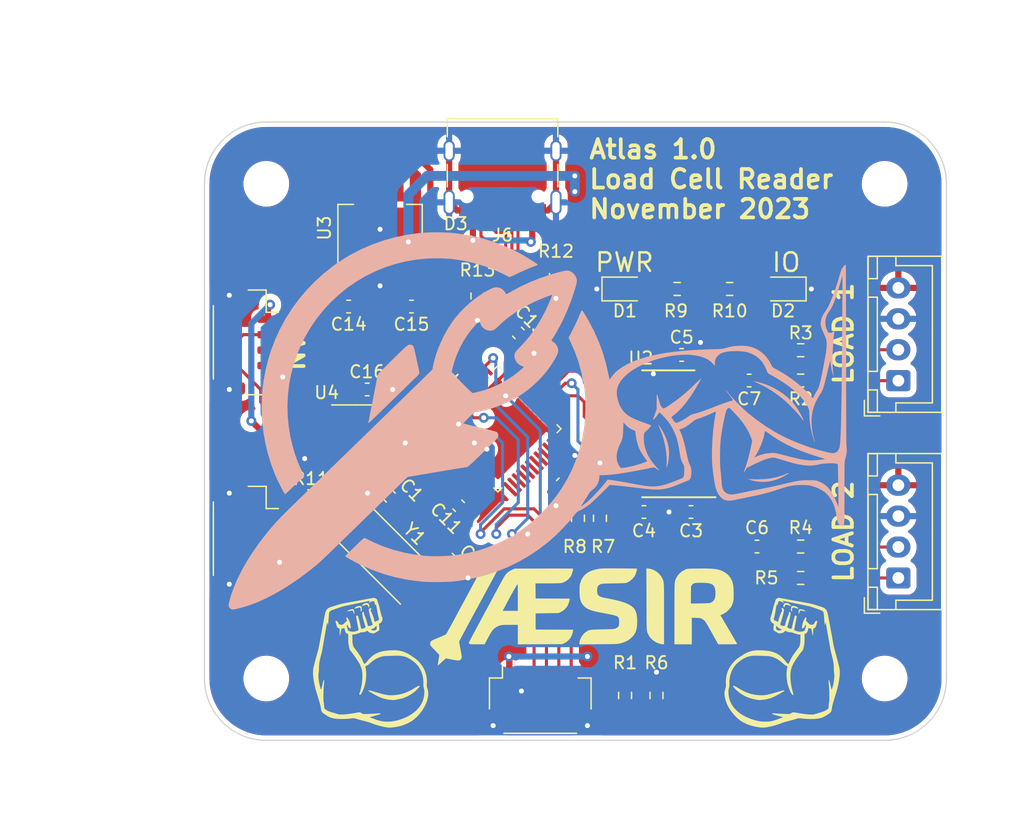
<source format=kicad_pcb>
(kicad_pcb (version 20221018) (generator pcbnew)
  (layers (0 "F.Cu" signal) (31 "B.Cu" signal) (34 "B.Paste" user) (35 "F.Paste" user) (36 "B.SilkS" user "B.Silkscreen") (37 "F.SilkS" user "F.Silkscreen") (38 "B.Mask" user) (39 "F.Mask" user) (44 "Edge.Cuts" user))
  (net 0 "")
  (net 1 "Net-(U2-VBG)")
  (net 2 "Net-(U2-VIN1N)")
  (net 3 "Net-(U2-VIN1P)")
  (net 4 "Net-(U2-VIN2N)")
  (net 5 "Net-(U2-VIN2P)")
  (net 9 "Net-(U1-VCAP)")
  (net 10 "/LOAD2_N")
  (net 11 "/LOAD2_P")
  (net 12 "Earth")
  (net 13 "+3V3")
  (net 32 "/CAN_H")
  (net 33 "/CAN_L")
  (net 34 "/LOAD1_N")
  (net 35 "/LOAD1_P")
  (net 36 "/SW_CLK")
  (net 37 "/SW_DIO")
  (net 38 "/BOOT0")
  (net 39 "/NRST")
  (net 40 "/DRDY")
  (net 41 "/SCL")
  (net 44 "/SDA")
  (net 45 "/IO_LED")
  (net 46 "/OSC_IN")
  (net 47 "/OSC_OUT")
  (net 48 "/CAN_TX")
  (net 49 "/CAN_RX")
  (net 53 "Net-(D1-A)")
  (net 54 "Net-(D2-A)")
  (net 56 "Net-(J6-CC1)")
  (net 58 "Net-(J6-CC2)")
  (net 60 "/USB_D_N")
  (net 61 "/USB_D_P")
  (net 62 "VCC")
  (net 63 "Net-(D3-A)")
  (footprint "Package_SO:SOIC-8_3.9x4.9mm_P1.27mm" (layer "F.Cu") (at 74.23 91.44 180)
    (fp_text reference "U4")
    (fp_text value "TJA1051T")
  )
  (footprint "Resistor_SMD:R_0603_1608Metric_Pad0.98x0.95mm_HandSolder" (layer "F.Cu") (at 98.552 112.3715 90)
    (fp_text reference "R6")
    (fp_text value "10k")
  )
  (footprint "Connector_USB:USB_C_Receptacle_Palconn_UTC16-G" (layer "F.Cu") (at 86.104 70.566 180)
    (fp_text reference "J6")
    (fp_text value "USB_C_Receptacle_USB2.0")
  )
  (footprint "Capacitor_SMD:C_0603_1608Metric_Pad1.08x0.95mm_HandSolder" (layer "F.Cu") (at 73.66 80.924 180)
    (fp_text reference "C14")
    (fp_text value "22u")
  )
  (footprint "Connector_JST:JST_XH_B4B-XH-A_1x04_P2.50mm_Vertical" (layer "F.Cu") (at 118.11 86.915 90)
    (fp_text reference "J1" hide)
    (fp_text value "jst xh 4")
  )
  (footprint "Resistor_SMD:R_0603_1608Metric_Pad0.98x0.95mm_HandSolder" (layer "F.Cu") (at 93.98 98.044 90)
    (fp_text reference "R7")
    (fp_text value "4k7")
  )
  (footprint "Resistor_SMD:R_0603_1608Metric_Pad0.98x0.95mm_HandSolder" (layer "F.Cu") (at 96.012 112.3715 -90)
    (fp_text reference "R1")
    (fp_text value "10k")
  )
  (footprint "Resistor_SMD:R_0603_1608Metric_Pad0.98x0.95mm_HandSolder" (layer "F.Cu") (at 110.2125 102.87 180)
    (fp_text reference "R5")
    (fp_text value "51")
  )
  (footprint "Capacitor_SMD:C_0603_1608Metric_Pad1.08x0.95mm_HandSolder" (layer "F.Cu") (at 78.74 80.924)
    (fp_text reference "C15")
    (fp_text value "10u")
  )
  (footprint "LOGO" (layer "F.Cu") (at 75.438 109.728)
    (fp_text reference "G***" hide)
    (fp_text value "LOGO" hide)
  )
  (footprint "Capacitor_SMD:C_0603_1608Metric_Pad1.08x0.95mm_HandSolder" (layer "F.Cu") (at 81.788 101.346 -45)
    (fp_text reference "C2")
    (fp_text value "14p")
  )
  (footprint "MountingHole:MountingHole_3.2mm_M3_ISO7380" (layer "F.Cu") (at 67 71)
    (fp_text reference "H2" hide)
    (fp_text value "MountingHole")
  )
  (footprint "LOGO" (layer "F.Cu") (at 92.71 105.156)
    (fp_text reference "G***" hide)
    (fp_text value "LOGO" hide)
  )
  (footprint "Connector_JST:JST_SH_SM06B-SRSS-TB_1x06-1MP_P1.00mm_Horizontal" (layer "F.Cu") (at 89.154 112.744)
    (fp_text reference "J4" hide)
    (fp_text value "jst_sh 6")
  )
  (footprint "Resistor_SMD:R_0603_1608Metric_Pad0.98x0.95mm_HandSolder" (layer "F.Cu") (at 92.202 98.044 90)
    (fp_text reference "R8")
    (fp_text value "4k7")
  )
  (footprint "Resistor_SMD:R_0603_1608Metric_Pad0.98x0.95mm_HandSolder" (layer "F.Cu") (at 70.612 96.266)
    (fp_text reference "R11")
    (fp_text value "120")
  )
  (footprint "Package_QFP:LQFP-48_7x7mm_P0.5mm" (layer "F.Cu") (at 85.725 90.805 45)
    (fp_text reference "U1")
    (fp_text value "STM32U575CGTx")
  )
  (footprint "Resistor_SMD:R_0603_1608Metric_Pad0.98x0.95mm_HandSolder" (layer "F.Cu") (at 100.2265 79.502 180)
    (fp_text reference "R9")
    (fp_text value "500")
  )
  (footprint "LOGO" (layer "F.Cu") (at 108.712 109.728)
    (fp_text reference "G***" hide)
    (fp_text value "LOGO" hide)
  )
  (footprint "Crystal:Crystal_SMD_0603-2Pin_6.0x3.5mm_HandSoldering" (layer "F.Cu") (at 76.962 101.346 -45)
    (fp_text reference "Y1")
    (fp_text value "48MHz")
  )
  (footprint "Capacitor_SMD:C_0603_1608Metric_Pad1.08x0.95mm_HandSolder" (layer "F.Cu") (at 97.536 97.536)
    (fp_text reference "C4")
    (fp_text value "1u")
  )
  (footprint "Resistor_SMD:R_0603_1608Metric_Pad0.98x0.95mm_HandSolder" (layer "F.Cu") (at 110.2125 84.455)
    (fp_text reference "R3")
    (fp_text value "51")
  )
  (footprint "Connector_JST:JST_GH_SM04B-GHS-TB_1x04-1MP_P1.25mm_Horizontal" (layer "F.Cu") (at 65.278 83.82 -90)
    (fp_text reference "J5" hide)
    (fp_text value "jst gh")
  )
  (footprint "Capacitor_SMD:C_0603_1608Metric_Pad1.08x0.95mm_HandSolder" (layer "F.Cu") (at 76.962 96.266 135)
    (fp_text reference "C1")
    (fp_text value "14p")
  )
  (footprint "Capacitor_SMD:C_0603_1608Metric_Pad1.08x0.95mm_HandSolder" (layer "F.Cu") (at 101.346 97.536 180)
    (fp_text reference "C3")
    (fp_text value "100n")
  )
  (footprint "MountingHole:MountingHole_3.2mm_M3_ISO7380" (layer "F.Cu") (at 117 71)
    (fp_text reference "H1" hide)
    (fp_text value "MountingHole")
  )
  (footprint "Capacitor_SMD:C_0603_1608Metric_Pad1.08x0.95mm_HandSolder" (layer "F.Cu") (at 75.1575 87.63)
    (fp_text reference "C16")
    (fp_text value "100n")
  )
  (footprint "Capacitor_SMD:C_0603_1608Metric_Pad1.08x0.95mm_HandSolder" (layer "F.Cu") (at 90.932 95.25 45)
    (fp_text reference "C10")
    (fp_text value "4u7")
  )
  (footprint "Capacitor_SMD:C_0603_1608Metric_Pad1.08x0.95mm_HandSolder" (layer "F.Cu") (at 100.584 84.836)
    (fp_text reference "C5")
    (fp_text value "0u1")
  )
  (footprint "Resistor_SMD:R_0603_1608Metric" (layer "F.Cu") (at 90.424 78.486 -90)
    (fp_text reference "R12")
    (fp_text value "5k1")
  )
  (footprint "MountingHole:MountingHole_3.2mm_M3_ISO7380" (layer "F.Cu") (at 67 111)
    (fp_text reference "H4" hide)
    (fp_text value "MountingHole")
  )
  (footprint "Resistor_SMD:R_0603_1608Metric" (layer "F.Cu") (at 84.074 80.073 -90)
    (fp_text reference "R13")
    (fp_text value "5k1")
  )
  (footprint "Capacitor_SMD:C_0603_1608Metric_Pad1.08x0.95mm_HandSolder" (layer "F.Cu") (at 82.55 97.028 135)
    (fp_text reference "C11")
    (fp_text value "4u7")
  )
  (footprint "Connector_JST:JST_XH_B4B-XH-A_1x04_P2.50mm_Vertical" (layer "F.Cu") (at 118.11 102.87 90)
    (fp_text reference "J3" hide)
    (fp_text value "jst xh 4")
  )
  (footprint "Diode_SMD:D_SOD-323_HandSoldering" (layer "F.Cu") (at 82.316 76.073)
    (fp_text reference "D3")
    (fp_text value "MBR1020VL")
  )
  (footprint "LED_SMD:LED_0805_2012Metric_Pad1.15x1.40mm_HandSolder" (layer "F.Cu") (at 108.78725 79.502 180)
    (fp_text reference "D2")
    (fp_text value "pwr")
  )
  (footprint "Resistor_SMD:R_0603_1608Metric_Pad0.98x0.95mm_HandSolder" (layer "F.Cu") (at 110.2125 86.907064)
    (fp_text reference "R2")
    (fp_text value "51")
  )
  (footprint "Connector_JST:JST_GH_SM04B-GHS-TB_1x04-1MP_P1.25mm_Horizontal" (layer "F.Cu") (at 65.278 99.695 -90)
    (fp_text reference "J2" hide)
    (fp_text value "jst gh")
  )
  (footprint "Capacitor_SMD:C_0603_1608Metric_Pad1.08x0.95mm_HandSolder" (layer "F.Cu") (at 87.376 83.058 -45)
    (fp_text reference "C13")
    (fp_text value "100n")
  )
  (footprint "Capacitor_SMD:C_0603_1608Metric_Pad1.08x0.95mm_HandSolder" (layer "F.Cu") (at 106.68 100.33)
    (fp_text reference "C6")
    (fp_text value "100n")
  )
  (footprint "NAU7802SGI:SOI16_NAU7802SGI_NUV" (layer "F.Cu") (at 99.51085 91.2125 180)
    (fp_text reference "U2")
    (fp_text value "NAU7802SGI")
  )
  (footprint "Resistor_SMD:R_0603_1608Metric_Pad0.98x0.95mm_HandSolder" (layer "F.Cu") (at 110.2125 100.33 180)
    (fp_text reference "R4")
    (fp_text value "51")
  )
  (footprint "Package_TO_SOT_SMD:SOT-223-3_TabPin2" (layer "F.Cu") (at 76.2 74.574 90)
    (fp_text reference "U3")
    (fp_text value "AZ1117CH2-3.3TRG1")
  )
  (footprint "MountingHole:MountingHole_3.2mm_M3_ISO7380" (layer "F.Cu") (at 117 111)
    (fp_text reference "H3" hide)
    (fp_text value "MountingHole")
  )
  (footprint "LED_SMD:LED_0805_2012Metric_Pad1.15x1.40mm_HandSolder" (layer "F.Cu") (at 96.003 79.502)
    (fp_text reference "D1")
    (fp_text value "pwr")
  )
  (footprint "Resistor_SMD:R_0603_1608Metric_Pad0.98x0.95mm_HandSolder" (layer "F.Cu") (at 104.46925 79.502)
    (fp_text reference "R10")
    (fp_text value "500")
  )
  (footprint "Capacitor_SMD:C_0603_1608Metric_Pad1.08x0.95mm_HandSolder" (layer "F.Cu") (at 106.045 86.907064 180)
    (fp_text reference "C7")
    (fp_text value "100n")
  )
  (footprint "LOGO" (layer "B.Cu") (at 88.9 90.17 -90)
    (fp_text reference "G***" hide)
    (fp_text value "LOGO" hide)
  )
  (gr_arc (start 117 66) (mid 120.535534 67.464466) (end 122 71) (stroke (width 0.1)) (layer "Edge.Cuts"))
  (gr_arc (start 122 111) (mid 120.535534 114.535534) (end 117 116) (stroke (width 0.1)) (layer "Edge.Cuts"))
  (gr_line (start 117 116) (end 67 116) (stroke (width 0.1)) (layer "Edge.Cuts"))
  (gr_line (start 122 71) (end 122 111) (stroke (width 0.1)) (layer "Edge.Cuts"))
  (gr_line (start 67 66) (end 117 66) (stroke (width 0.1)) (layer "Edge.Cuts"))
  (gr_arc (start 67 116) (mid 63.464466 114.535534) (end 62 111) (stroke (width 0.1)) (layer "Edge.Cuts"))
  (gr_arc (start 62 71) (mid 63.464466 67.464466) (end 67 66) (stroke (width 0.1)) (layer "Edge.Cuts"))
  (gr_line (start 62 111) (end 62 71) (stroke (width 0.1)) (layer "Edge.Cuts"))
  (gr_text "LOAD 1" (at 114.554 87.376 90) (layer "F.SilkS") (effects (font (size 1.5 1.5) (thickness 0.3) bold) (justify left bottom)))
  (gr_text "IO" (at 107.77125 78.232) (layer "F.SilkS") (effects (font (size 1.5 1.5) (thickness 0.2)) (justify left bottom)))
  (gr_text "CAN" (at 68.326 81.534 270) (layer "F.SilkS") (effects (font (size 1.5 1.5) (thickness 0.3) bold) (justify left bottom)))
  (gr_text "PWR" (at 93.472 78.232) (layer "F.SilkS") (effects (font (size 1.5 1.5) (thickness 0.2)) (justify left bottom)))
  (gr_text "LOAD 2" (at 114.554 103.378 90) (layer "F.SilkS") (effects (font (size 1.5 1.5) (thickness 0.3) bold) (justify left bottom)))
  (gr_text "CAN" (at 68.58 97.282 270) (layer "F.SilkS") (effects (font (size 1.5 1.5) (thickness 0.3) bold) (justify left bottom)))
  (gr_text "Atlas 1.0\nLoad Cell Reader\nNovember 2023" (at 92.964 73.914) (layer "F.SilkS") (effects (font (size 1.5 1.5) (thickness 0.3) bold) (justify left bottom)))
  (segment (start 99.7215 84.836) (end 99.7215 88.5455) (width 0.5) (layer "F.Cu") (net 1))
  (segment (start 99.7215 88.5455) (end 100.4835 89.3075) (width 0.5) (layer "F.Cu") (net 1))
  (segment (start 100.4835 89.3075) (end 102.235 89.3075) (width 0.5) (layer "F.Cu") (net 1))
  (segment (start 104.0395 94.3875) (end 102.235 94.3875) (width 0.25) (layer "F.Cu") (net 2))
  (segment (start 105.8175 100.33) (end 105.8175 101.7535) (width 0.25) (layer "F.Cu") (net 2))
  (segment (start 105.8175 101.7535) (end 106.934 102.87) (width 0.25) (layer "F.Cu") (net 2))
  (segment (start 105.8175 96.1655) (end 104.0395 94.3875) (width 0.25) (layer "F.Cu") (net 2))
  (segment (start 106.934 102.87) (end 109.3 102.87) (width 0.25) (layer "F.Cu") (net 2))
  (segment (start 105.8175 100.33) (end 105.8175 96.1655) (width 0.25) (layer "F.Cu") (net 2))
  (segment (start 107.5425 96.1125) (end 104.5475 93.1175) (width 0.25) (layer "F.Cu") (net 3))
  (segment (start 107.5425 100.33) (end 107.5425 96.1125) (width 0.25) (layer "F.Cu") (net 3))
  (segment (start 104.5475 93.1175) (end 102.235 93.1175) (width 0.25) (layer "F.Cu") (net 3))
  (segment (start 109.3 100.33) (end 107.5425 100.33) (width 0.25) (layer "F.Cu") (net 3))
  (segment (start 106.9075 86.907064) (end 109.3 86.907064) (width 0.25) (layer "F.Cu") (net 4))
  (segment (start 106.9075 86.907064) (end 106.9075 89.1805) (width 0.25) (layer "F.Cu") (net 4))
  (segment (start 104.2405 91.8475) (end 102.235 91.8475) (width 0.25) (layer "F.Cu") (net 4))
  (segment (start 106.9075 89.1805) (end 104.2405 91.8475) (width 0.25) (layer "F.Cu") (net 4))
  (segment (start 105.1825 85.5715) (end 105.1825 86.907064) (width 0.25) (layer "F.Cu") (net 5))
  (segment (start 103.9865 90.5775) (end 105.1825 89.3815) (width 0.25) (layer "F.Cu") (net 5))
  (segment (start 105.1825 89.3815) (end 105.1825 86.907064) (width 0.25) (layer "F.Cu") (net 5))
  (segment (start 109.3 84.455) (end 106.299 84.455) (width 0.25) (layer "F.Cu") (net 5))
  (segment (start 102.235 90.5775) (end 103.9865 90.5775) (width 0.25) (layer "F.Cu") (net 5))
  (segment (start 106.299 84.455) (end 105.1825 85.5715) (width 0.25) (layer "F.Cu") (net 5))
  (segment (start 91.54188 94.147006) (end 89.905769 92.510895) (width 0.25) (layer "F.Cu") (net 9))
  (segment (start 91.54188 94.64012) (end 91.54188 94.147006) (width 0.25) (layer "F.Cu") (net 9))
  (segment (start 118.11 86.915) (end 111.132936 86.915) (width 0.25) (layer "F.Cu") (net 10))
  (segment (start 111.132936 86.915) (end 111.125 86.907064) (width 0.25) (layer "F.Cu") (net 10))
  (segment (start 111.125 84.455) (end 111.165 84.415) (width 0.25) (layer "F.Cu") (net 11))
  (segment (start 111.165 84.415) (end 118.11 84.415) (width 0.25) (layer "F.Cu") (net 11))
  (segment (start 97.8905 86.7675) (end 98.298 86.36) (width 0.5) (layer "F.Cu") (net 12))
  (segment (start 81.190678 89.452658) (end 82.16202 90.424) (width 0.25) (layer "F.Cu") (net 12))
  (segment (start 76.2 77.724) (end 76.2 71.424) (width 0.5) (layer "F.Cu") (net 12))
  (segment (start 83.311998 94.278662) (end 84.836 92.75466) (width 0.25) (layer "F.Cu") (net 12))
  (segment (start 76.35212 95.65612) (end 75.53988 95.65612) (width 0.5) (layer "F.Cu") (net 12))
  (segment (start 92.954 114.818) (end 92.964 114.808) (width 0.5) (layer "F.Cu") (net 12))
  (segment (start 67.128 85.695) (end 67.128 86.432) (width 0.25) (layer "F.Cu") (net 12))
  (segment (start 83.311998 94.278662) (end 81.94012 95.65054) (width 0.25) (layer "F.Cu") (net 12))
  (segment (start 76.705 92.075) (end 78.105 92.075) (width 0.25) (layer "F.Cu") (net 12))
  (segment (start 90.259322 92.157342) (end 91.06598 92.964) (width 0.25) (layer "F.Cu") (net 12))
  (segment (start 76.02 87.63) (end 77.216 87.63) (width 0.25) (layer "F.Cu") (net 12))
  (segment (start 84.074 80.898) (end 84.074 82.042) (width 0.25) (layer "F.Cu") (net 12))
  (segment (start 82.904 73.1524) (end 82.4404 73.1524) (width 0.5) (layer "F.Cu") (net 12))
  (segment (start 102.235 88.0375) (end 102.235 85.6245) (width 0.5) (layer "F.Cu") (net 12))
  (segment (start 90.424 68.326) (end 90.424 72.496) (width 0.5) (layer "F.Cu") (net 12))
  (segment (start 87.077342 86.270678) (end 88.646 84.70202) (width 0.25) (layer "F.Cu") (net 12))
  (segment (start 89.304 73.1524) (end 89.7676 73.1524) (width 0.5) (layer "F.Cu") (net 12))
  (segment (start 94.978 79.502) (end 93.726 79.502) (width 0.25) (layer "F.Cu") (net 12))
  (segment (start 90.32212 95.85988) (end 90.32212 96.92612) (width 0.25) (layer "F.Cu") (net 12))
  (segment (start 78.105 92.075) (end 78.232 91.948) (width 0.25) (layer "F.Cu") (net 12))
  (segment (start 88.646 84.328) (end 87.98588 83.66788) (width 0.25) (layer "F.Cu") (net 12))
  (segment (start 66.62 101.57) (end 68.042 101.57) (width 0.25) (layer "F.Cu") (net 12))
  (segment (start 101.4465 84.836) (end 101.4465 84.4815) (width 0.5) (layer "F.Cu") (net 12))
  (segment (start 81.784 68.326) (end 81.784 72.496) (width 0.5) (layer "F.Cu") (net 12))
  (segment (start 89.7676 73.1524) (end 90.424 72.496) (width 0.5) (layer "F.Cu") (net 12))
  (segment (start 71.755 93.345) (end 70.231 93.345) (width 0.5) (layer "F.Cu") (net 12))
  (segment (start 84.836 92.75466) (end 84.836 92.456) (width 0.25) (layer "F.Cu") (net 12))
  (segment (start 90.424 79.311) (end 90.424 80.264) (width 0.25) (layer "F.Cu") (net 12))
  (segment (start 87.654 111.99) (end 87.63 112.014) (width 0.5) (layer "F.Cu") (net 12))
  (segment (start 91.06598 92.964) (end 91.948 92.964) (width 0.25) (layer "F.Cu") (net 12))
  (segment (start 82.4404 73.1524) (end 81.784 72.496) (width 0.5) (layer "F.Cu") (net 12))
  (segment (start 85.354 114.905) (end 85.354 114.818) (width 0.5) (layer "F.Cu") (net 12))
  (segment (start 101.4465 84.4815) (end 102.108 83.82) (width 0.5) (layer "F.Cu") (net 12))
  (segment (start 102.235 85.6245) (end 101.4465 84.836) (width 0.5) (layer "F.Cu") (net 12))
  (segment (start 98.552 111.459) (end 98.552 110.49) (width 0.25) (layer "F.Cu") (net 12))
  (segment (start 88.646 84.70202) (end 88.646 84.328) (width 0.25) (layer "F.Cu") (net 12))
  (segment (start 68.042 101.57) (end 68.072 101.6) (width 0.25) (layer "F.Cu") (net 12))
  (segment (start 92.954 114.905) (end 92.954 114.818) (width 0.5) (layer "F.Cu") (net 12))
  (segment (start 85.354 114.818) (end 85.344 114.808) (width 0.5) (layer "F.Cu") (net 12))
  (segment (start 82.16202 90.424) (end 82.55 90.424) (width 0.25) (layer "F.Cu") (net 12))
  (segment (start 98.3985 97.536) (end 100.4835 97.536) (width 0.5) (layer "F.Cu") (net 12))
  (segment (start 74.5225 80.924) (end 76.2 79.2465) (width 0.5) (layer "F.Cu") (net 12))
  (segment (start 81.94012 95.65054) (end 81.94012 96.41812) (width 0.25) (layer "F.Cu") (net 12))
  (segment (start 96.7867 86.7675) (end 97.8905 86.7675) (width 0.5) (layer "F.Cu") (net 12))
  (segment (start 75.53988 95.65612) (end 75.184 96.012) (width 0.5) (layer "F.Cu") (net 12))
  (segment (start 109.81225 79.502) (end 111.07325 79.502) (width 0.25) (layer "F.Cu") (net 12))
  (segment (start 67.128 86.432) (end 67.31 86.614) (width 0.25) (layer "F.Cu") (net 12))
  (segment (start 90.32212 96.92612) (end 90.424 97.028) (width 0.25) (layer "F.Cu") (net 12))
  (segment (start 76.2 79.2465) (end 76.2 77.724) (width 0.5) (layer "F.Cu") (net 12))
  (segment (start 87.654 110.744) (end 87.654 111.99) (width 0.5) (layer "F.Cu") (net 12))
  (segment (start 77.8775 80.924) (end 76.2 79.2465) (width 0.5) (layer "F.Cu") (net 12))
  (segment (start 82.39788 101.95588) (end 83.312 102.87) (width 0.5) (layer "F.Cu") (net 12))
  (segment (start 70.231 93.345) (end 70.104 93.218) (width 0.5) (layer "F.Cu") (net 12))
  (segment (start 67.31 86.614) (end 68.326 86.614) (width 0.25) (layer "F.Cu") (net 12))
  (via (at 91.948 92.964) (size 0.8) (drill 0.4) (layers "F.Cu" "B.Cu") (net 12))
  (via (at 70.104 93.218) (size 0.8) (drill 0.4) (layers "F.Cu" "B.Cu") (net 12))
  (via (at 83.312 102.87) (size 0.8) (drill 0.4) (layers "F.Cu" "B.Cu") (net 12))
  (via (at 98.298 86.36) (size 0.8) (drill 0.4) (layers "F.Cu" "B.Cu") (net 12))
  (via (at 78.232 91.948) (size 0.8) (drill 0.4) (layers "F.Cu" "B.Cu") (net 12))
  (via (at 64.008 103.378) (size 0.8) (drill 0.4) (layers "F.Cu" "B.Cu") (net 12))
  (via (at 68.326 86.614) (size 0.8) (drill 0.4) (layers "F.Cu" "B.Cu") (net 12))
  (via (at 87.63 112.014) (size 0.8) (drill 0.4) (layers "F.Cu" "B.Cu") (net 12))
  (via (at 92.964 114.808) (size 0.8) (drill 0.4) (layers "F.Cu" "B.Cu") (net 12))
  (via (at 99.568 97.536) (size 0.8) (drill 0.4) (layers "F.Cu" "B.Cu") (net 12))
  (via (at 85.344 114.808) (size 0.8) (drill 0.4) (layers "F.Cu" "B.Cu") (net 12))
  (via (at 75.184 96.012) (size 0.8) (drill 0.4) (layers "F.Cu" "B.Cu") (net 12))
  (via (at 88.646 84.70202) (size 0.8) (drill 0.4) (layers "F.Cu" "B.Cu") (net 12))
  (via (at 77.216 87.63) (size 0.8) (drill 0.4) (layers "F.Cu" "B.Cu") (net 12))
  (via (at 90.424 80.264) (size 0.8) (drill 0.4) (layers "F.Cu" "B.Cu") (net 12))
  (via (at 64.008 80.01) (size 0.8) (drill 0.4) (layers "F.Cu" "B.Cu") (net 12))
  (via (at 84.836 92.456) (size 0.8) (drill 0.4) (layers "F.Cu" "B.Cu") (net 12))
  (via (at 102.108 83.82) (size 0.8) (drill 0.4) (layers "F.Cu" "B.Cu") (net 12))
  (via (at 76.2 74.676) (size 0.8) (drill 0.4) (layers "F.Cu" "B.Cu") (net 12))
  (via (at 90.424 97.028) (size 0.8) (drill 0.4) (layers "F.Cu" "B.Cu") (net 12))
  (via (at 76.2 79.2465) (size 0.8) (drill 0.4) (layers "F.Cu" "B.Cu") (net 12))
  (via (at 111.07325 79.502) (size 0.8) (drill 0.4) (layers "F.Cu" "B.Cu") (net 12))
  (via (at 93.726 79.502) (size 0.8) (drill 0.4) (layers "F.Cu" "B.Cu") (net 12))
  (via (at 82.55 90.424) (size 0.8) (drill 0.4) (layers "F.Cu" "B.Cu") (net 12))
  (via (at 98.552 110.49) (size 0.8) (drill 0.4) (layers "F.Cu" "B.Cu") (net 12))
  (via (at 84.074 82.042) (size 0.8) (drill 0.4) (layers "F.Cu" "B.Cu") (net 12))
  (via (at 68.072 101.6) (size 0.8) (drill 0.4) (layers "F.Cu" "B.Cu") (net 12))
  (via (at 64.008 87.63) (size 0.8) (drill 0.4) (layers "F.Cu" "B.Cu") (net 12))
  (via (at 64.008 96.012) (size 0.8) (drill 0.4) (layers "F.Cu" "B.Cu") (net 12))
  (segment (start 78.5 77.724) (end 78.5 75.706) (width 0.8) (layer "F.Cu") (net 13))
  (segment (start 86.36 82.85424) (end 86.76612 82.44812) (width 0.25) (layer "F.Cu") (net 13))
  (segment (start 87.884 90.932) (end 85.344 93.472) (width 0.25) (layer "F.Cu") (net 13))
  (segment (start 80.837124 89.806212) (end 81.875456 90.844544) (width 0.25) (layer "F.Cu") (net 13))
  (segment (start 81.796368 90.844544) (end 81.875456 90.844544) (width 0.25) (layer "F.Cu") (net 13))
  (segment (start 82.216912 91.186) (end 85.852 91.186) (width 0.25) (layer "F.Cu") (net 13))
  (segment (start 83.665551 94.632215) (end 82.804 95.493766) (width 0.25) (layer "F.Cu") (net 13))
  (segment (start 85.852 91.186) (end 86.106 90.932) (width 0.25) (layer "F.Cu") (net 13))
  (segment (start 86.654 110.744) (end 86.654 109.26) (width 0.5) (layer "F.Cu") (net 13))
  (segment (start 86.106 90.932) (end 87.884 90.932) (width 0.25) (layer "F.Cu") (net 13))
  (segment (start 86.723788 85.917124) (end 86.36 85.553336) (width 0.25) (layer "F.Cu") (net 13))
  (segment (start 78.5 75.706) (end 78.486 75.692) (width 0.8) (layer "F.Cu") (net 13))
  (segment (start 83.15988 97.63788) (end 83.097614 97.575614) (width 0.25) (layer "F.Cu") (net 13))
  (segment (start 82.804 95.758) (end 83.15988 96.11388) (width 0.25) (layer "F.Cu") (net 13))
  (segment (start 89.741088 90.932) (end 87.884 90.932) (width 0.25) (layer "F.Cu") (net 13))
  (segment (start 83.665551 94.632215) (end 84.825766 93.472) (width 0.25) (layer "F.Cu") (net 13))
  (segment (start 85.344 93.472) (end 84.825766 93.472) (width 0.25) (layer "F.Cu") (net 13))
  (segment (start 82.804 95.493766) (end 82.804 95.758) (width 0.25) (layer "F.Cu") (net 13))
  (segment (start 85.598 87.042912) (end 85.598 88.646) (width 0.25) (layer "F.Cu") (net 13))
  (segment (start 86.723788 85.917124) (end 85.598 87.042912) (width 0.25) (layer "F.Cu") (net 13))
  (segment (start 86.36 85.553336) (end 86.36 82.85424) (width 0.25) (layer "F.Cu") (net 13))
  (segment (start 86.654 109.26) (end 86.614 109.22) (width 0.5) (layer "F.Cu") (net 13))
  (segment (start 85.598 88.646) (end 87.884 90.932) (width 0.25) (layer "F.Cu") (net 13))
  (segment (start 90.612876 91.803788) (end 89.741088 90.932) (width 0.25) (layer "F.Cu") (net 13))
  (segment (start 83.15988 96.11388) (end 83.15988 97.63788) (width 0.25) (layer "F.Cu") (net 13))
  (segment (start 81.875456 90.844544) (end 82.216912 91.186) (width 0.25) (layer "F.Cu") (net 13))
  (segment (start 80.837124 91.803788) (end 81.796368 90.844544) (width 0.25) (layer "F.Cu") (net 13))
  (via (at 86.614 109.22) (size 0.8) (drill 0.4) (layers "F.Cu" "B.Cu") (net 13))
  (via (at 92.964 109.22) (size 0.8) (drill 0.4) (layers "F.Cu" "B.Cu") (net 13))
  (via (at 78.486 75.692) (size 0.8) (drill 0.4) (layers "F.Cu" "B.Cu") (net 13))
  (via (at 91.948 70.358) (size 0.8) (drill 0.4) (layers "F.Cu" "B.Cu") (net 13))
  (via (at 91.948 71.628) (size 0.8) (drill 0.4) (layers "F.Cu" "B.Cu") (net 13))
  (segment (start 91.948 70.358) (end 91.948 71.628) (width 0.8) (layer "B.Cu") (net 13))
  (segment (start 78.486 75.692) (end 78.486 71.882) (width 0.8) (layer "B.Cu") (net 13))
  (segment (start 78.486 71.882) (end 79.756 70.612) (width 0.8) (layer "B.Cu") (net 13))
  (segment (start 86.614 109.22) (end 92.964 109.22) (width 0.5) (layer "B.Cu") (net 13))
  (segment (start 80.01 70.358) (end 91.948 70.358) (width 0.8) (layer "B.Cu") (net 13))
  (segment (start 79.756 70.612) (end 80.01 70.358) (width 0.8) (layer "B.Cu") (net 13))
  (segment (start 67.808 99.07) (end 66.62 99.07) (width 0.25) (layer "F.Cu") (net 32))
  (segment (start 69.088 92.964) (end 69.977 92.075) (width 0.25) (layer "F.Cu") (net 32))
  (segment (start 69.6995 97.1785) (end 69.6995 96.266) (width 0.25) (layer "F.Cu") (net 32))
  (segment (start 69.088 95.6545) (end 69.088 92.964) (width 0.25) (layer "F.Cu") (net 32))
  (segment (start 69.977 92.075) (end 66.548 88.646) (width 0.25) (layer "F.Cu") (net 32))
  (segment (start 71.755 92.075) (end 69.977 92.075) (width 0.25) (layer "F.Cu") (net 32))
  (segment (start 64.516 83.82) (end 64.516 85.598) (width 0.25) (layer "F.Cu") (net 32))
  (segment (start 66.62 83.195) (end 65.141 83.195) (width 0.25) (layer "F.Cu") (net 32))
  (segment (start 69.6995 96.266) (end 69.088 95.6545) (width 0.25) (layer "F.Cu") (net 32))
  (segment (start 66.548 88.646) (end 66.548 87.63) (width 0.25) (layer "F.Cu") (net 32))
  (segment (start 65.141 83.195) (end 64.516 83.82) (width 0.25) (layer "F.Cu") (net 32))
  (segment (start 64.516 85.598) (end 66.548 87.63) (width 0.25) (layer "F.Cu") (net 32))
  (segment (start 69.041 97.837) (end 67.808 99.07) (width 0.25) (layer "F.Cu") (net 32))
  (segment (start 69.041 97.837) (end 69.6995 97.1785) (width 0.25) (layer "F.Cu") (net 32))
  (segment (start 73.279 90.805) (end 73.66 91.186) (width 0.25) (layer "F.Cu") (net 33))
  (segment (start 71.5245 97.6395) (end 68.844 100.32) (width 0.25) (layer "F.Cu") (net 33))
  (segment (start 71.755 90.805) (end 73.279 90.805) (width 0.25) (layer "F.Cu") (net 33))
  (segment (start 69.342 85.09) (end 69.342 90.043) (width 0.25) (layer "F.Cu") (net 33))
  (segment (start 70.104 90.805) (end 71.755 90.805) (width 0.25) (layer "F.Cu") (net 33))
  (segment (start 68.697 84.445) (end 69.342 85.09) (width 0.25) (layer "F.Cu") (net 33))
  (segment (start 67.128 84.445) (end 68.697 84.445) (width 0.25) (layer "F.Cu") (net 33))
  (segment (start 69.342 90.043) (end 70.104 90.805) (width 0.25) (layer "F.Cu") (net 33))
  (segment (start 71.5245 96.266) (end 72.644 96.266) (width 0.25) (layer "F.Cu") (net 33))
  (segment (start 73.66 95.25) (end 72.644 96.266) (width 0.25) (layer "F.Cu") (net 33))
  (segment (start 68.844 100.32) (end 66.62 100.32) (width 0.25) (layer "F.Cu") (net 33))
  (segment (start 71.5245 96.266) (end 71.5245 97.6395) (width 0.25) (layer "F.Cu") (net 33))
  (segment (start 73.66 91.186) (end 73.66 95.25) (width 0.25) (layer "F.Cu") (net 33))
  (segment (start 111.125 102.87) (end 118.11 102.87) (width 0.25) (layer "F.Cu") (net 34))
  (segment (start 118.11 100.37) (end 111.165 100.37) (width 0.25) (layer "F.Cu") (net 35))
  (segment (start 111.165 100.37) (end 111.125 100.33) (width 0.25) (layer "F.Cu") (net 35))
  (segment (start 86.868 99.314) (end 88.654 101.1) (width 0.25) (layer "F.Cu") (net 36))
  (segment (start 88.654 101.1) (end 88.654 111.03) (width 0.25) (layer "F.Cu") (net 36))
  (segment (start 84.726212 85.707788) (end 85.344 85.09) (width 0.25) (layer "F.Cu") (net 36))
  (segment (start 84.726212 85.917124) (end 84.726212 85.707788) (width 0.25) (layer "F.Cu") (net 36))
  (via (at 86.868 99.314) (size 0.8) (drill 0.4) (layers "F.Cu" "B.Cu") (net 36))
  (via (at 85.344 85.09) (size 0.8) (drill 0.4) (layers "F.Cu" "B.Cu") (net 36))
  (segment (start 88.138 91.477) (end 85.561 88.9) (width 0.25) (layer "B.Cu") (net 36))
  (segment (start 85.561 85.307) (end 85.344 85.09) (width 0.25) (layer "B.Cu") (net 36))
  (segment (start 88.138 98.044) (end 88.138 91.477) (width 0.25) (layer "B.Cu") (net 36))
  (segment (start 85.561 88.9) (end 85.561 85.307) (width 0.25) (layer "B.Cu") (net 36))
  (segment (start 86.868 99.314) (end 88.138 98.044) (width 0.25) (layer "B.Cu") (net 36))
  (segment (start 88.138 99.314) (end 89.654 100.83) (width 0.25) (layer "F.Cu") (net 37))
  (segment (start 87.430895 86.624231) (end 86.36 87.695126) (width 0.25) (layer "F.Cu") (net 37))
  (segment (start 86.36 87.695126) (end 86.36 88.138) (width 0.25) (layer "F.Cu") (net 37))
  (segment (start 89.654 100.83) (end 89.654 111.03) (width 0.25) (layer "F.Cu") (net 37))
  (via (at 86.36 88.138) (size 0.8) (drill 0.4) (layers "F.Cu" "B.Cu") (net 37))
  (via (at 88.138 99.314) (size 0.8) (drill 0.4) (layers "F.Cu" "B.Cu") (net 37))
  (segment (start 86.36 88.138) (end 89.154 90.932) (width 0.25) (layer "B.Cu") (net 37))
  (segment (start 89.154 90.932) (end 89.154 98.298) (width 0.25) (layer "B.Cu") (net 37))
  (segment (start 89.154 98.298) (end 88.138 99.314) (width 0.25) (layer "B.Cu") (net 37))
  (segment (start 90.932 112.522) (end 93.472 112.522) (width 0.25) (layer "F.Cu") (net 38))
  (segment (start 86.614 97.79) (end 88.138 97.79) (width 0.25) (layer "F.Cu") (net 38))
  (segment (start 85.598 99.314) (end 85.598 98.806) (width 0.25) (layer "F.Cu") (net 38))
  (segment (start 82.251338 88.391998) (end 83.77534 89.916) (width 0.25) (layer "F.Cu") (net 38))
  (segment (start 94.742 114.554) (end 98.044 114.554) (width 0.25) (layer "F.Cu") (net 38))
  (segment (start 93.98 113.03) (end 93.98 113.792) (width 0.25) (layer "F.Cu") (net 38))
  (segment (start 88.138 97.79) (end 90.654 100.306) (width 0.25) (layer "F.Cu") (net 38))
  (segment (start 90.654 112.244) (end 90.932 112.522) (width 0.25) (layer "F.Cu") (net 38))
  (segment (start 98.044 114.554) (end 98.552 114.046) (width 0.25) (layer "F.Cu") (net 38))
  (segment (start 83.77534 89.916) (end 84.582 89.916) (width 0.25) (layer "F.Cu") (net 38))
  (segment (start 85.598 98.806) (end 86.614 97.79) (width 0.25) (layer "F.Cu") (net 38))
  (segment (start 93.472 112.522) (end 93.98 113.03) (width 0.25) (layer "F.Cu") (net 38))
  (segment (start 93.98 113.792) (end 94.742 114.554) (width 0.25) (layer "F.Cu") (net 38))
  (segment (start 90.654 100.306) (end 90.654 112.244) (width 0.25) (layer "F.Cu") (net 38))
  (segment (start 98.552 114.046) (end 98.552 113.284) (width 0.25) (layer "F.Cu") (net 38))
  (via (at 84.582 89.916) (size 0.8) (drill 0.4) (layers "F.Cu" "B.Cu") (net 38))
  (via (at 85.598 99.314) (size 0.8) (drill 0.4) (layers "F.Cu" "B.Cu") (net 38))
  (segment (start 84.582 89.916) (end 85.598 89.916) (width 0.25) (layer "B.Cu") (net 38))
  (segment (start 85.598 98.552) (end 85.598 99.314) (width 0.25) (layer "B.Cu") (net 38))
  (segment (start 87.376 96.774) (end 85.598 98.552) (width 0.25) (layer "B.Cu") (net 38))
  (segment (start 87.376 91.694) (end 87.376 96.774) (width 0.25) (layer "B.Cu") (net 38))
  (segment (start 85.598 89.916) (end 87.376 91.694) (width 0.25) (layer "B.Cu") (net 38))
  (segment (start 86.231604 97.282) (end 84.328 99.185604) (width 0.25) (layer "F.Cu") (net 39))
  (segment (start 88.646 97.282) (end 86.231604 97.282) (width 0.25) (layer "F.Cu") (net 39))
  (segment (start 93.98 110.744) (end 91.654 110.744) (width 0.25) (layer "F.Cu") (net 39))
  (segment (start 83.82 93.063554) (end 83.82 91.948) (width 0.25) (layer "F.Cu") (net 39))
  (segment (start 94.488 112.776) (end 94.488 111.252) (width 0.25) (layer "F.Cu") (net 39))
  (segment (start 84.328 99.185604) (end 84.328 99.314) (width 0.25) (layer "F.Cu") (net 39))
  (segment (start 91.654 111.03) (end 91.654 100.29) (width 0.25) (layer "F.Cu") (net 39))
  (segment (start 91.654 100.29) (end 88.646 97.282) (width 0.25) (layer "F.Cu") (net 39))
  (segment (start 96.012 113.284) (end 94.996 113.284) (width 0.25) (layer "F.Cu") (net 39))
  (segment (start 94.996 113.284) (end 94.488 112.776) (width 0.25) (layer "F.Cu") (net 39))
  (segment (start 82.958445 93.925109) (end 83.82 93.063554) (width 0.25) (layer "F.Cu") (net 39))
  (segment (start 94.488 111.252) (end 93.98 110.744) (width 0.25) (layer "F.Cu") (net 39))
  (via (at 83.82 91.948) (size 0.8) (drill 0.4) (layers "F.Cu" "B.Cu") (net 39))
  (via (at 84.328 99.314) (size 0.8) (drill 0.4) (layers "F.Cu" "B.Cu") (net 39))
  (segment (start 85.344 91.186) (end 84.582 91.186) (width 0.25) (layer "B.Cu") (net 39))
  (segment (start 84.328 98.552) (end 86.106 96.774) (width 0.25) (layer "B.Cu") (net 39))
  (segment (start 86.106 96.774) (end 86.106 91.948) (width 0.25) (layer "B.Cu") (net 39))
  (segment (start 86.106 91.948) (end 85.344 91.186) (width 0.25) (layer "B.Cu") (net 39))
  (segment (start 84.582 91.186) (end 83.82 91.948) (width 0.25) (layer "B.Cu") (net 39))
  (segment (start 84.328 99.314) (end 84.328 98.552) (width 0.25) (layer "B.Cu") (net 39))
  (segment (start 91.44 86.15066) (end 93.51666 86.15066) (width 0.25) (layer "F.Cu") (net 40))
  (segment (start 89.198662 88.391998) (end 91.44 86.15066) (width 0.25) (layer "F.Cu") (net 40))
  (segment (start 95.25 90.17) (end 95.6575 90.5775) (width 0.25) (layer "F.Cu") (net 40))
  (segment (start 95.6575 90.5775) (end 96.7867 90.5775) (width 0.25) (layer "F.Cu") (net 40))
  (segment (start 95.25 87.884) (end 95.25 90.17) (width 0.25) (layer "F.Cu") (net 40))
  (segment (start 93.51666 86.15066) (end 95.25 87.884) (width 0.25) (layer "F.Cu") (net 40))
  (segment (start 92.88875 89.99125) (end 93.98 91.0825) (width 0.25) (layer "F.Cu") (net 41))
  (segment (start 89.905769 89.099105) (end 90.866874 88.138) (width 0.25) (layer "F.Cu") (net 41))
  (segment (start 92.71 89.8125) (end 92.88875 89.99125) (width 0.25) (layer "F.Cu") (net 41))
  (segment (start 92.71 88.646) (end 92.71 89.8125) (width 0.25) (layer "F.Cu") (net 41))
  (segment (start 92.964 90.0665) (end 92.88875 89.99125) (width 0.25) (layer "F.Cu") (net 41))
  (segment (start 92.202 97.1315) (end 92.202 96.266) (width 0.25) (layer "F.Cu") (net 41))
  (segment (start 92.964 95.504) (end 92.964 90.0665) (width 0.25) (layer "F.Cu") (net 41))
  (segment (start 92.202 96.266) (end 92.964 95.504) (width 0.25) (layer "F.Cu") (net 41))
  (segment (start 96.7867 91.8475) (end 94.745 91.8475) (width 0.25) (layer "F.Cu") (net 41))
  (segment (start 90.866874 88.138) (end 92.202 88.138) (width 0.25) (layer "F.Cu") (net 41))
  (segment (start 94.745 91.8475) (end 93.98 91.0825) (width 0.25) (layer "F.Cu") (net 41))
  (segment (start 92.202 88.138) (end 92.71 88.646) (width 0.25) (layer "F.Cu") (net 41))
  (segment (start 89.552215 88.745551) (end 91.175766 87.122) (width 0.25) (layer "F.Cu") (net 44))
  (segment (start 93.98 93.5755) (end 93.98 97.1315) (width 0.25) (layer "F.Cu") (net 44))
  (segment (start 93.98 93.5755) (end 94.438 93.1175) (width 0.25) (layer "F.Cu") (net 44))
  (segment (start 94.438 93.1175) (end 96.7867 93.1175) (width 0.25) (layer "F.Cu") (net 44))
  (segment (start 91.175766 87.122) (end 91.694 87.122) (width 0.25) (layer "F.Cu") (net 44))
  (via (at 91.694 87.122) (size 0.8) (drill 0.4) (layers "F.Cu" "B.Cu") (net 44))
  (via (at 93.98 93.5755) (size 0.8) (drill 0.4) (layers "F.Cu" "B.Cu") (net 44))
  (segment (start 92.202 89.662) (end 92.202 91.7975) (width 0.25) (layer "B.Cu") (net 44))
  (segment (start 92.202 91.7975) (end 93.98 93.5755) (width 0.25) (layer "B.Cu") (net 44))
  (segment (start 92.202 87.63) (end 92.202 89.662) (width 0.25) (layer "B.Cu") (net 44))
  (segment (start 91.694 87.122) (end 92.202 87.63) (width 0.25) (layer "B.Cu") (net 44))
  (segment (start 101.854 82.55) (end 103.55675 80.84725) (width 0.25) (layer "F.Cu") (net 45))
  (segment (start 94.333554 82.55) (end 101.854 82.55) (width 0.25) (layer "F.Cu") (net 45))
  (segment (start 103.55675 80.84725) (end 103.55675 79.502) (width 0.25) (layer "F.Cu") (net 45))
  (segment (start 88.845109 88.038445) (end 94.333554 82.55) (width 0.25) (layer "F.Cu") (net 45))
  (segment (start 74.902551 99.286551) (end 77.31788 96.871222) (width 0.25) (layer "F.Cu") (net 46))
  (segment (start 77.31788 96.62188) (end 78.84746 96.62188) (width 0.25) (layer "F.Cu") (net 46))
  (segment (start 77.31788 96.871222) (end 77.31788 96.62188) (width 0.25) (layer "F.Cu") (net 46))
  (segment (start 78.84746 96.62188) (end 82.251338 93.218002) (width 0.25) (layer "F.Cu") (net 46))
  (segment (start 81.43212 100.99012) (end 79.248 98.806) (width 0.25) (layer "F.Cu") (net 47))
  (segment (start 79.248 98.806) (end 79.248 96.928446) (width 0.25) (layer "F.Cu") (net 47))
  (segment (start 81.17812 101.248778) (end 81.17812 100.73612) (width 0.25) (layer "F.Cu") (net 47))
  (segment (start 79.248 96.928446) (end 82.604891 93.571555) (width 0.25) (layer "F.Cu") (net 47))
  (segment (start 81.43212 100.994778) (end 81.43212 100.99012) (width 0.25) (layer "F.Cu") (net 47))
  (segment (start 79.021449 103.405449) (end 81.17812 101.248778) (width 0.25) (layer "F.Cu") (net 47))
  (segment (start 79.756 87.851437) (end 80.296563 87.851437) (width 0.25) (layer "F.Cu") (net 48))
  (segment (start 78.105 93.345) (end 79.248 92.202) (width 0.25) (layer "F.Cu") (net 48))
  (segment (start 80.296563 87.851437) (end 81.544231 89.099105) (width 0.25) (layer "F.Cu") (net 48))
  (segment (start 76.705 93.345) (end 78.105 93.345) (width 0.25) (layer "F.Cu") (net 48))
  (segment (start 79.248 92.202) (end 79.248 88.359437) (width 0.25) (layer "F.Cu") (net 48))
  (segment (start 79.248 88.359437) (end 79.756 87.851437) (width 0.25) (layer "F.Cu") (net 48))
  (segment (start 80.274234 87.122) (end 78.994 87.122) (width 0.25) (layer "F.Cu") (net 49))
  (segment (start 78.994 87.122) (end 78.486 87.63) (width 0.25) (layer "F.Cu") (net 49))
  (segment (start 78.486 87.63) (end 78.486 89.154) (width 0.25) (layer "F.Cu") (net 49))
  (segment (start 76.705 89.535) (end 78.105 89.535) (width 0.25) (layer "F.Cu") (net 49))
  (segment (start 81.897785 88.745551) (end 80.274234 87.122) (width 0.25) (layer "F.Cu") (net 49))
  (segment (start 78.105 89.535) (end 78.486 89.154) (width 0.25) (layer "F.Cu") (net 49))
  (segment (start 99.314 79.502) (end 97.028 79.502) (width 0.25) (layer "F.Cu") (net 53))
  (segment (start 107.76225 79.502) (end 105.38175 79.502) (width 0.25) (layer "F.Cu") (net 54))
  (segment (start 87.354 76.686) (end 88.329 77.661) (width 0.25) (layer "F.Cu") (net 56))
  (segment (start 88.329 77.661) (end 90.424 77.661) (width 0.25) (layer "F.Cu") (net 56))
  (segment (start 87.354 73.076) (end 87.354 76.686) (width 0.25) (layer "F.Cu") (net 56))
  (segment (start 84.074 77.216) (end 84.074 79.248) (width 0.25) (layer "F.Cu") (net 58))
  (segment (start 84.356 75.202695) (end 84.582 75.428695) (width 0.25) (layer "F.Cu") (net 58))
  (segment (start 84.582 75.428695) (end 84.582 76.708) (width 0.25) (layer "F.Cu") (net 58))
  (segment (start 84.356 73.489) (end 84.356 75.202695) (width 0.25) (layer "F.Cu") (net 58))
  (segment (start 84.582 76.708) (end 84.074 77.216) (width 0.25) (layer "F.Cu") (net 58))
  (segment (start 86.854 72.122) (end 86.614 71.882) (width 0.25) (layer "F.Cu") (net 60))
  (segment (start 86.854 73.076) (end 86.854 72.122) (width 0.25) (layer "F.Cu") (net 60))
  (segment (start 88.138002 87.331338) (end 90.65567 84.81367) (width 0.25) (layer "F.Cu") (net 60))
  (segment (start 86.614 71.882) (end 86.168 71.882) (width 0.25) (layer "F.Cu") (net 60))
  (segment (start 90.65567 84.81367) (end 90.65567 82.01967) (width 0.25) (layer "F.Cu") (net 60))
  (segment (start 86.856 78.22) (end 86.856 73.489) (width 0.25) (layer "F.Cu") (net 60))
  (segment (start 85.854 72.196) (end 85.854 73.076) (width 0.25) (layer "F.Cu") (net 60))
  (segment (start 90.65567 82.01967) (end 86.856 78.22) (width 0.25) (layer "F.Cu") (net 60))
  (segment (start 86.168 71.882) (end 85.854 72.196) (width 0.25) (layer "F.Cu") (net 60))
  (segment (start 86.356 74.93) (end 86.356 73.489) (width 0.25) (layer "F.Cu") (net 61))
  (segment (start 85.598 74.93) (end 86.356 74.93) (width 0.25) (layer "F.Cu") (net 61))
  (segment (start 89.662 85.100234) (end 89.662 83.058) (width 0.25) (layer "F.Cu") (net 61))
  (segment (start 89.662 82.296) (end 86.356 78.99) (width 0.25) (layer "F.Cu") (net 61))
  (segment (start 89.662 83.058) (end 89.662 82.296) (width 0.25) (layer "F.Cu") (net 61))
  (segment (start 87.784449 86.977785) (end 89.662 85.100234) (width 0.25) (layer "F.Cu") (net 61))
  (segment (start 86.356 78.99) (end 86.356 74.93) (width 0.25) (layer "F.Cu") (net 61))
  (segment (start 85.356 74.688) (end 85.598 74.93) (width 0.25) (layer "F.Cu") (net 61))
  (segment (start 85.356 73.489) (end 85.356 74.688) (width 0.25) (layer "F.Cu") (net 61))
  (segment (start 67.128 91.512) (end 66.62 91.004) (width 0.5) (layer "F.Cu") (net 62))
  (segment (start 73.406 68.834) (end 79.248 68.834) (width 0.5) (layer "F.Cu") (net 62))
  (segment (start 71.7765 81.945) (end 68.072 81.945) (width 0.5) (layer "F.Cu") (net 62))
  (segment (start 66.62 91.004) (end 65.786 90.17) (width 0.5) (layer "F.Cu") (net 62))
  (segment (start 72.65 76.474) (end 72.65 69.59) (width 0.5) (layer "F.Cu") (net 62))
  (segment (start 72.7975 78.8265) (end 73.9 77.724) (width 0.5) (layer "F.Cu") (net 62))
  (segment (start 80.264 75.271) (end 81.066 76.073) (width 0.5) (layer "F.Cu") (net 62))
  (segment (start 68.072 81.945) (end 66.62 81.945) (width 0.5) (layer "F.Cu") (net 62))
  (segment (start 67.128 97.82) (end 67.128 91.512) (width 0.5) (layer "F.Cu") (net 62))
  (segment (start 80.264 69.85) (end 80.264 75.271) (width 0.5) (layer "F.Cu") (net 62))
  (segment (start 67.128 81.945) (end 67.128 80.954) (width 0.5) (layer "F.Cu") (net 62))
  (segment (start 79.248 68.834) (end 80.264 69.85) (width 0.5) (layer "F.Cu") (net 62))
  (segment (start 72.65 69.59) (end 73.406 68.834) (width 0.5) (layer "F.Cu") (net 62))
  (segment (start 72.7975 80.924) (end 71.7765 81.945) (width 0.5) (layer "F.Cu") (net 62))
  (segment (start 73.9 77.724) (end 72.65 76.474) (width 0.5) (layer "F.Cu") (net 62))
  (segment (start 72.7975 80.924) (end 72.7975 78.8265) (width 0.5) (layer "F.Cu") (net 62))
  (segment (start 67.128 80.954) (end 67.31 80.772) (width 0.5) (layer "F.Cu") (net 62))
  (via (at 65.786 90.17) (size 0.8) (drill 0.4) (layers "F.Cu" "B.Cu") (net 62))
  (via (at 67.31 80.772) (size 0.8) (drill 0.4) (layers "F.Cu" "B.Cu") (net 62))
  (segment (start 65.786 82.296) (end 65.786 90.17) (width 0.5) (layer "B.Cu") (net 62))
  (segment (start 67.31 80.772) (end 65.786 82.296) (width 0.5) (layer "B.Cu") (net 62))
  (segment (start 88.506 75.578) (end 88.392 75.692) (width 0.5) (layer "F.Cu") (net 63))
  (segment (start 83.82 75.692) (end 83.706 75.578) (width 0.5) (layer "F.Cu") (net 63))
  (segment (start 88.506 73.489) (end 88.506 74.816) (width 0.5) (layer "F.Cu") (net 63))
  (segment (start 83.706 75.578) (end 83.706 73.489) (width 0.5) (layer "F.Cu") (net 63))
  (segment (start 88.506 74.816) (end 88.506 75.578) (width 0.5) (layer "F.Cu") (net 63))
  (via (at 83.706 75.578) (size 0.8) (drill 0.4) (layers "F.Cu" "B.Cu") (net 63))
  (via (at 88.392 75.692) (size 0.8) (drill 0.4) (layers "F.Cu" "B.Cu") (net 63))
  (segment (start 88.278 75.578) (end 88.392 75.692) (width 0.5) (layer "B.Cu") (net 63))
  (segment (start 83.706 75.578) (end 88.278 75.578) (width 0.5) (layer "B.Cu") (net 63))
  (zone (net 13) (net_name "+3V3") (layer "F.Cu") (connect_pads (clearance 0.5)) (min_thickness 0.25) (fill yes (thermal_gap 0.5) (thermal_bridge_width 0.5))
    (polygon (pts (xy 126.492 119.888) (xy 126.492 60.706) (xy 47.752 60.706) (xy 47.752 119.888)))
  )
  (zone (net 12) (net_name "Earth") (layer "B.Cu") (priority 1) (connect_pads (clearance 0.5)) (min_thickness 0.25) (fill yes (thermal_gap 0.5) (thermal_bridge_width 0.5))
    (polygon (pts (xy 128.27 122.428) (xy 128.27 56.134) (xy 45.466 56.134) (xy 45.466 122.428)))
  )
)
</source>
